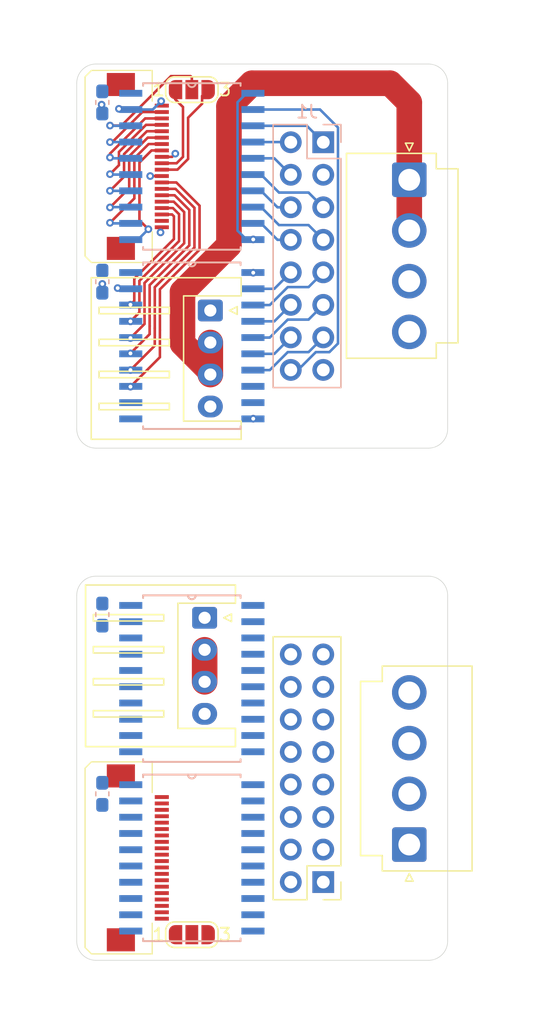
<source format=kicad_pcb>
(kicad_pcb (version 20241229) (generator "pcbnew") (generator_version "9.0")
  (layers (0 "F.Cu" signal) (2 "B.Cu" signal) (13 "F.Paste" user) (15 "B.Paste" user) (5 "F.SilkS" user "F.Silkscreen") (7 "B.SilkS" user "B.Silkscreen") (1 "F.Mask" user) (3 "B.Mask" user) (25 "Edge.Cuts" user))
  (net 0 "")
  (net 1 "GND")
  (net 2 "+5V")
  (net 3 "G0")
  (net 4 "B")
  (net 5 "G1")
  (net 6 "E")
  (net 7 "CLK")
  (net 8 "B1")
  (net 9 "B0")
  (net 10 "A")
  (net 11 "D")
  (net 12 "R1")
  (net 13 "R0")
  (net 14 "OE")
  (net 15 "C")
  (net 16 "LAT")
  (net 17 "Disp Display Select")
  (net 18 "Disp GPIO 14")
  (net 19 "Disp GPIO 8")
  (net 20 "Disp GPIO 10")
  (net 21 "Disp GPIO 11")
  (net 22 "Disp GPIO 3")
  (net 23 "Disp GPIO 13")
  (net 24 "Disp GPIO 12")
  (net 25 "Disp GPIO 7")
  (net 26 "Disp GPIO 0")
  (net 27 "Disp GPIO 4")
  (net 28 "Disp GPIO 5")
  (net 29 "Disp GPIO 15")
  (net 30 "Disp GPIO 1")
  (net 31 "Disp GPIO 6")
  (net 32 "Disp GPIO 9")
  (net 33 "Disp GPIO 2")
  (net 37 "Alt A")
  (net 39 "Alt C")
  (net 40 "Alt B")
  (net 41 "Alt R0")
  (net 42 "Alt OE")
  (net 43 "Alt D")
  (net 44 "Alt B0")
  (net 45 "Alt CLK")
  (net 46 "Alt G1")
  (net 47 "Alt G0")
  (net 48 "Alt E")
  (net 49 "Alt B1")
  (net 50 "Alt LAT")
  (net 51 "Alt R1")
  (net 52 "Alt Disp GPIO 8")
  (net 53 "Alt Disp GPIO 7")
  (net 54 "Alt Disp Display Select")
  (net 56 "Alt Disp GPIO 4")
  (net 57 "Alt Disp GPIO 1")
  (net 61 "Alt Disp GPIO 5")
  (net 62 "Alt Disp GPIO 3")
  (net 63 "Alt Disp GPIO 6")
  (net 67 "Alt Disp GPIO 0")
  (net 68 "Alt Disp GPIO 2")
  (net 70 "Alt Disp GPIO 9")
  (net 71 "Alt Disp GPIO 13")
  (net 77 "Alt Disp GPIO 14")
  (net 79 "Alt Disp GPIO 11")
  (net 80 "Alt Disp GPIO 12")
  (net 84 "Alt Disp GPIO 10")
  (net 86 "Alt Disp GPIO 15")
  (footprint "Connector_PinHeader_2.54mm:PinHeader_2x08_P2.54mm_Vertical" (layer "F.Cu") (at 125.275 88.89 180)
    (property "Reference" "J4" (hide yes))
    (property "Value" "HUB75" (hide yes))
    (pad "1" thru_hole rect (at 0 0 180) (size 1.7 1.7) (drill 1) (layers "*.Cu" "*.Mask") (net 47 "Alt G0"))
    (pad "2" thru_hole circle (at 2.54 0 180) (size 1.7 1.7) (drill 1) (layers "*.Cu" "*.Mask") (net 41 "Alt R0"))
    (pad "3" thru_hole circle (at 0 2.54 180) (size 1.7 1.7) (drill 1) (layers "*.Cu" "*.Mask") (net 1 "GND"))
    (pad "4" thru_hole circle (at 2.54 2.54 180) (size 1.7 1.7) (drill 1) (layers "*.Cu" "*.Mask") (net 44 "Alt B0"))
    (pad "5" thru_hole circle (at 0 5.08 180) (size 1.7 1.7) (drill 1) (layers "*.Cu" "*.Mask") (net 46 "Alt G1"))
    (pad "6" thru_hole circle (at 2.54 5.08 180) (size 1.7 1.7) (drill 1) (layers "*.Cu" "*.Mask") (net 51 "Alt R1"))
    (pad "7" thru_hole circle (at 0 7.62 180) (size 1.7 1.7) (drill 1) (layers "*.Cu" "*.Mask") (net 48 "Alt E"))
    (pad "8" thru_hole circle (at 2.54 7.62 180) (size 1.7 1.7) (drill 1) (layers "*.Cu" "*.Mask") (net 49 "Alt B1"))
    (pad "9" thru_hole circle (at 0 10.16 180) (size 1.7 1.7) (drill 1) (layers "*.Cu" "*.Mask") (net 40 "Alt B"))
    (pad "10" thru_hole circle (at 2.54 10.16 180) (size 1.7 1.7) (drill 1) (layers "*.Cu" "*.Mask") (net 37 "Alt A"))
    (pad "11" thru_hole circle (at 0 12.7 180) (size 1.7 1.7) (drill 1) (layers "*.Cu" "*.Mask") (net 43 "Alt D"))
    (pad "12" thru_hole circle (at 2.54 12.7 180) (size 1.7 1.7) (drill 1) (layers "*.Cu" "*.Mask") (net 39 "Alt C"))
    (pad "13" thru_hole circle (at 0 15.24 180) (size 1.7 1.7) (drill 1) (layers "*.Cu" "*.Mask") (net 50 "Alt LAT"))
    (pad "14" thru_hole circle (at 2.54 15.24 180) (size 1.7 1.7) (drill 1) (layers "*.Cu" "*.Mask") (net 45 "Alt CLK"))
    (pad "15" thru_hole circle (at 0 17.78 180) (size 1.7 1.7) (drill 1) (layers "*.Cu" "*.Mask") (net 1 "GND"))
    (pad "16" thru_hole circle (at 2.54 17.78 180) (size 1.7 1.7) (drill 1) (layers "*.Cu" "*.Mask") (net 42 "Alt OE"))
  )
  (footprint "Connector_JST:JST_VH_B4P-VH-B_1x04_P3.96mm_Vertical" (layer "F.Cu") (at 132 34.04 -90)
    (property "Reference" "J3" (hide yes))
    (property "Value" "Output" (hide yes))
    (pad "1" thru_hole roundrect (at 0 0 270) (size 2.7 2.7) (drill 1.7) (layers "*.Cu" "*.Mask") (roundrect_rratio 0.092593) (net 2 "+5V"))
    (pad "2" thru_hole circle (at 3.96 0 270) (size 2.7 2.7) (drill 1.7) (layers "*.Cu" "*.Mask") (net 2 "+5V"))
    (pad "3" thru_hole circle (at 7.92 0 270) (size 2.7 2.7) (drill 1.7) (layers "*.Cu" "*.Mask") (net 1 "GND"))
    (pad "4" thru_hole circle (at 11.88 0 270) (size 2.7 2.7) (drill 1.7) (layers "*.Cu" "*.Mask") (net 1 "GND"))
  )
  (footprint "Connector_JST:JST_XH_S4B-XH-A_1x04_P2.50mm_Horizontal" (layer "F.Cu") (at 116 68.25 -90)
    (property "Reference" "J5" (hide yes))
    (property "Value" "Input" (hide yes))
    (pad "1" thru_hole roundrect (at 0 0 270) (size 1.7 1.95) (drill 0.95) (layers "*.Cu" "*.Mask") (roundrect_rratio 0.147059) (net 1 "GND"))
    (pad "2" thru_hole oval (at 2.5 0 270) (size 1.7 1.95) (drill 0.95) (layers "*.Cu" "*.Mask") (net 2 "+5V"))
    (pad "3" thru_hole oval (at 5 0 270) (size 1.7 1.95) (drill 0.95) (layers "*.Cu" "*.Mask") (net 2 "+5V"))
    (pad "4" thru_hole oval (at 7.5 0 270) (size 1.7 1.95) (drill 0.95) (layers "*.Cu" "*.Mask") (net 1 "GND"))
  )
  (footprint "FCC:FFC 0.8mm 20P" (layer "F.Cu") (at 112 87.000001 -90)
    (property "Reference" "U4" (hide yes))
    (property "Value" "D0 FFC" (hide yes))
    (pad "" smd rect (at -6.400001 2.55 270) (size 1.8 2.2) (layers "F.Cu" "F.Mask" "F.Paste"))
    (pad "" smd rect (at 6.399999 2.55 270) (size 1.8 2.2) (layers "F.Cu" "F.Mask" "F.Paste"))
    (pad "1" smd rect (at -4.750001 -0.65 270) (size 0.3 1.1) (layers "F.Cu" "F.Mask" "F.Paste") (net 1 "GND"))
    (pad "2" smd rect (at -4.250001 -0.65 270) (size 0.3 1.1) (layers "F.Cu" "F.Mask" "F.Paste") (net 86 "Alt Disp GPIO 15"))
    (pad "3" smd rect (at -3.750001 -0.649999 270) (size 0.3 1.1) (layers "F.Cu" "F.Mask" "F.Paste") (net 77 "Alt Disp GPIO 14"))
    (pad "4" smd rect (at -3.250001 -0.65 270) (size 0.3 1.1) (layers "F.Cu" "F.Mask" "F.Paste") (net 71 "Alt Disp GPIO 13"))
    (pad "5" smd rect (at -2.750001 -0.65 270) (size 0.3 1.1) (layers "F.Cu" "F.Mask" "F.Paste") (net 80 "Alt Disp GPIO 12"))
    (pad "6" smd rect (at -2.25 -0.65 270) (size 0.3 1.1) (layers "F.Cu" "F.Mask" "F.Paste") (net 79 "Alt Disp GPIO 11"))
    (pad "7" smd rect (at -1.750001 -0.65 270) (size 0.3 1.1) (layers "F.Cu" "F.Mask" "F.Paste") (net 84 "Alt Disp GPIO 10"))
    (pad "8" smd rect (at -1.250002 -0.65 270) (size 0.3 1.1) (layers "F.Cu" "F.Mask" "F.Paste") (net 70 "Alt Disp GPIO 9"))
    (pad "9" smd rect (at -0.750001 -0.65 270) (size 0.3 1.1) (layers "F.Cu" "F.Mask" "F.Paste") (net 2 "+5V"))
    (pad "10" smd rect (at -0.250001 -0.65 270) (size 0.3 1.1) (layers "F.Cu" "F.Mask" "F.Paste") (net 52 "Alt Disp GPIO 8"))
    (pad "11" smd rect (at 0.25 -0.65 270) (size 0.3 1.1) (layers "F.Cu" "F.Mask" "F.Paste") (net 53 "Alt Disp GPIO 7"))
    (pad "12" smd rect (at 0.749999 -0.65 270) (size 0.3 1.1) (layers "F.Cu" "F.Mask" "F.Paste") (net 2 "+5V"))
    (pad "13" smd rect (at 1.249998 -0.65 270) (size 0.3 1.1) (layers "F.Cu" "F.Mask" "F.Paste") (net 63 "Alt Disp GPIO 6"))
    (pad "14" smd rect (at 1.749999 -0.65 270) (size 0.3 1.1) (layers "F.Cu" "F.Mask" "F.Paste") (net 61 "Alt Disp GPIO 5"))
    (pad "15" smd rect (at 2.249999 -0.65 270) (size 0.3 1.1) (layers "F.Cu" "F.Mask" "F.Paste") (net 56 "Alt Disp GPIO 4"))
    (pad "16" smd rect (at 2.749999 -0.649999 270) (size 0.3 1.1) (layers "F.Cu" "F.Mask" "F.Paste") (net 62 "Alt Disp GPIO 3"))
    (pad "17" smd rect (at 3.249999 -0.65 270) (size 0.3 1.1) (layers "F.Cu" "F.Mask" "F.Paste") (net 68 "Alt Disp GPIO 2"))
    (pad "18" smd rect (at 3.749999 -0.65 270) (size 0.3 1.1) (layers "F.Cu" "F.Mask" "F.Paste") (net 57 "Alt Disp GPIO 1"))
    (pad "19" smd rect (at 4.249999 -0.65 270) (size 0.3 1.1) (layers "F.Cu" "F.Mask" "F.Paste") (net 67 "Alt Disp GPIO 0"))
    (pad "20" smd rect (at 4.749999 -0.65 270) (size 0.3 1.1) (layers "F.Cu" "F.Mask" "F.Paste") (net 1 "GND"))
  )
  (footprint "Connector_JST:JST_VH_B4P-VH-B_1x04_P3.96mm_Vertical" (layer "F.Cu") (at 132 85.96 90)
    (property "Reference" "J6" (hide yes))
    (property "Value" "Output" (hide yes))
    (pad "1" thru_hole roundrect (at 0 0 90) (size 2.7 2.7) (drill 1.7) (layers "*.Cu" "*.Mask") (roundrect_rratio 0.092593) (net 2 "+5V"))
    (pad "2" thru_hole circle (at 3.96 0 90) (size 2.7 2.7) (drill 1.7) (layers "*.Cu" "*.Mask") (net 2 "+5V"))
    (pad "3" thru_hole circle (at 7.92 0 90) (size 2.7 2.7) (drill 1.7) (layers "*.Cu" "*.Mask") (net 1 "GND"))
    (pad "4" thru_hole circle (at 11.88 0 90) (size 2.7 2.7) (drill 1.7) (layers "*.Cu" "*.Mask") (net 1 "GND"))
  )
  (footprint "Jumper:SolderJumper-3_P1.3mm_Open_RoundedPad1.0x1.5mm_NumberLabels" (layer "F.Cu") (at 115 27)
    (property "Reference" "JP1" (hide yes))
    (property "Value" "SolderJumper_3_Open" (hide yes))
    (fp_text user "1" (at -2.6 0 0) (layer "F.SilkS"))
    (fp_text user "3" (at 2.6 0 0) (layer "F.SilkS"))
    (pad "1" smd custom (at -1.3 0) (size 1 0.5) (layers "F.Cu" "F.Mask") (net 25 "Disp GPIO 7") (options (clearance outline) (anchor rect)) (primitives (gr_circle (center 0 0.25) (end 0.5 0.25) (width 0) (fill yes)) (gr_circle (center 0 -0.25) (end 0.5 -0.25) (width 0) (fill yes)) (gr_poly (pts (xy 0.55 0.75) (xy 0 0.75) (xy 0 -0.75) (xy 0.55 -0.75)) (width 0) (fill yes))))
    (pad "2" smd rect (at 0 0) (size 1 1.5) (layers "F.Cu" "F.Mask") (net 17 "Disp Display Select"))
    (pad "3" smd custom (at 1.3 0) (size 1 0.5) (layers "F.Cu" "F.Mask") (net 19 "Disp GPIO 8") (options (clearance outline) (anchor rect)) (primitives (gr_circle (center 0 0.25) (end 0.5 0.25) (width 0) (fill yes)) (gr_circle (center 0 -0.25) (end 0.5 -0.25) (width 0) (fill yes)) (gr_poly (pts (xy 0 0.75) (xy -0.55 0.75) (xy -0.55 -0.75) (xy 0 -0.75)) (width 0) (fill yes))))
  )
  (footprint "FFC:FFC 0.8mm 20P" (layer "F.Cu") (at 112 33 -90)
    (property "Reference" "U1" (hide yes))
    (property "Value" "D0 FFC" (hide yes))
    (pad "" smd rect (at -6.400001 2.55 270) (size 1.8 2.2) (layers "F.Cu" "F.Mask" "F.Paste"))
    (pad "" smd rect (at 6.399999 2.55 270) (size 1.8 2.2) (layers "F.Cu" "F.Mask" "F.Paste"))
    (pad "1" smd rect (at -4.750001 -0.65 270) (size 0.3 1.1) (layers "F.Cu" "F.Mask" "F.Paste") (net 1 "GND"))
    (pad "2" smd rect (at -4.250001 -0.65 270) (size 0.3 1.1) (layers "F.Cu" "F.Mask" "F.Paste") (net 26 "Disp GPIO 0"))
    (pad "3" smd rect (at -3.750001 -0.649999 270) (size 0.3 1.1) (layers "F.Cu" "F.Mask" "F.Paste") (net 30 "Disp GPIO 1"))
    (pad "4" smd rect (at -3.250001 -0.65 270) (size 0.3 1.1) (layers "F.Cu" "F.Mask" "F.Paste") (net 33 "Disp GPIO 2"))
    (pad "5" smd rect (at -2.750001 -0.65 270) (size 0.3 1.1) (layers "F.Cu" "F.Mask" "F.Paste") (net 22 "Disp GPIO 3"))
    (pad "6" smd rect (at -2.25 -0.65 270) (size 0.3 1.1) (layers "F.Cu" "F.Mask" "F.Paste") (net 27 "Disp GPIO 4"))
    (pad "7" smd rect (at -1.750001 -0.65 270) (size 0.3 1.1) (layers "F.Cu" "F.Mask" "F.Paste") (net 28 "Disp GPIO 5"))
    (pad "8" smd rect (at -1.250002 -0.65 270) (size 0.3 1.1) (layers "F.Cu" "F.Mask" "F.Paste") (net 31 "Disp GPIO 6"))
    (pad "9" smd rect (at -0.750001 -0.65 270) (size 0.3 1.1) (layers "F.Cu" "F.Mask" "F.Paste") (net 2 "+5V"))
    (pad "10" smd rect (at -0.250001 -0.65 270) (size 0.3 1.1) (layers "F.Cu" "F.Mask" "F.Paste") (net 25 "Disp GPIO 7"))
    (pad "11" smd rect (at 0.25 -0.65 270) (size 0.3 1.1) (layers "F.Cu" "F.Mask" "F.Paste") (net 19 "Disp GPIO 8"))
    (pad "12" smd rect (at 0.749999 -0.65 270) (size 0.3 1.1) (layers "F.Cu" "F.Mask" "F.Paste") (net 2 "+5V"))
    (pad "13" smd rect (at 1.249998 -0.65 270) (size 0.3 1.1) (layers "F.Cu" "F.Mask" "F.Paste") (net 32 "Disp GPIO 9"))
    (pad "14" smd rect (at 1.749999 -0.65 270) (size 0.3 1.1) (layers "F.Cu" "F.Mask" "F.Paste") (net 20 "Disp GPIO 10"))
    (pad "15" smd rect (at 2.249999 -0.65 270) (size 0.3 1.1) (layers "F.Cu" "F.Mask" "F.Paste") (net 21 "Disp GPIO 11"))
    (pad "16" smd rect (at 2.749999 -0.649999 270) (size 0.3 1.1) (layers "F.Cu" "F.Mask" "F.Paste") (net 24 "Disp GPIO 12"))
    (pad "17" smd rect (at 3.249999 -0.65 270) (size 0.3 1.1) (layers "F.Cu" "F.Mask" "F.Paste") (net 23 "Disp GPIO 13"))
    (pad "18" smd rect (at 3.749999 -0.65 270) (size 0.3 1.1) (layers "F.Cu" "F.Mask" "F.Paste") (net 18 "Disp GPIO 14"))
    (pad "19" smd rect (at 4.249999 -0.65 270) (size 0.3 1.1) (layers "F.Cu" "F.Mask" "F.Paste") (net 29 "Disp GPIO 15"))
    (pad "20" smd rect (at 4.749999 -0.65 270) (size 0.3 1.1) (layers "F.Cu" "F.Mask" "F.Paste") (net 1 "GND"))
  )
  (footprint "Jumper:SolderJumper-3_P1.3mm_Open_RoundedPad1.0x1.5mm_NumberLabels" (layer "F.Cu") (at 115 93)
    (property "Reference" "JP2" (hide yes))
    (property "Value" "SolderJumper_3_Open" (hide yes))
    (fp_text user "3" (at 2.6 0 0) (layer "F.SilkS"))
    (fp_text user "1" (at -2.6 0 0) (layer "F.SilkS"))
    (pad "1" smd custom (at -1.3 0) (size 1 0.5) (layers "F.Cu" "F.Mask") (net 53 "Alt Disp GPIO 7") (options (clearance outline) (anchor rect)) (primitives (gr_circle (center 0 0.25) (end 0.5 0.25) (width 0) (fill yes)) (gr_circle (center 0 -0.25) (end 0.5 -0.25) (width 0) (fill yes)) (gr_poly (pts (xy 0.55 0.75) (xy 0 0.75) (xy 0 -0.75) (xy 0.55 -0.75)) (width 0) (fill yes))))
    (pad "2" smd rect (at 0 0) (size 1 1.5) (layers "F.Cu" "F.Mask") (net 54 "Alt Disp Display Select"))
    (pad "3" smd custom (at 1.3 0) (size 1 0.5) (layers "F.Cu" "F.Mask") (net 52 "Alt Disp GPIO 8") (options (clearance outline) (anchor rect)) (primitives (gr_circle (center 0 0.25) (end 0.5 0.25) (width 0) (fill yes)) (gr_circle (center 0 -0.25) (end 0.5 -0.25) (width 0) (fill yes)) (gr_poly (pts (xy 0 0.75) (xy -0.55 0.75) (xy -0.55 -0.75) (xy 0 -0.75)) (width 0) (fill yes))))
  )
  (footprint "Connector_JST:JST_XH_S4B-XH-A_1x04_P2.50mm_Horizontal" (layer "F.Cu") (at 116.445 44.25 -90)
    (property "Reference" "J2" (hide yes))
    (property "Value" "Input" (hide yes))
    (pad "1" thru_hole roundrect (at 0 0 270) (size 1.7 1.95) (drill 0.95) (layers "*.Cu" "*.Mask") (roundrect_rratio 0.147059) (net 1 "GND"))
    (pad "2" thru_hole oval (at 2.5 0 270) (size 1.7 1.95) (drill 0.95) (layers "*.Cu" "*.Mask") (net 2 "+5V"))
    (pad "3" thru_hole oval (at 5 0 270) (size 1.7 1.95) (drill 0.95) (layers "*.Cu" "*.Mask") (net 2 "+5V"))
    (pad "4" thru_hole oval (at 7.5 0 270) (size 1.7 1.95) (drill 0.95) (layers "*.Cu" "*.Mask") (net 1 "GND"))
  )
  (footprint "Capacitor_SMD:C_0603_1608Metric_Pad1.08x0.95mm_HandSolder" (layer "B.Cu") (at 108 28 -90)
    (property "Reference" "C1" (hide yes))
    (property "Value" "10uF" (hide yes))
    (pad "1" smd roundrect (at -0.8625 0 270) (size 1.075 0.95) (layers "B.Cu" "B.Mask" "B.Paste") (net 2 "+5V"))
    (pad "2" smd roundrect (at 0.8625 0 270) (size 1.075 0.95) (layers "B.Cu" "B.Mask" "B.Paste") (net 1 "GND"))
  )
  (footprint "Connector_PinHeader_2.54mm:PinHeader_2x08_P2.54mm_Vertical" (layer "B.Cu") (at 125.275 31.11 180)
    (property "Reference" "J1" (at 1.27 2.38 0) (layer "B.SilkS") (effects (justify mirror)))
    (property "Value" "HUB75" (hide yes))
    (pad "1" thru_hole rect (at 0 0 180) (size 1.7 1.7) (drill 1) (layers "*.Cu" "*.Mask") (net 3 "G0"))
    (pad "2" thru_hole circle (at 2.54 0 180) (size 1.7 1.7) (drill 1) (layers "*.Cu" "*.Mask") (net 13 "R0"))
    (pad "3" thru_hole circle (at 0 -2.54 180) (size 1.7 1.7) (drill 1) (layers "*.Cu" "*.Mask") (net 1 "GND"))
    (pad "4" thru_hole circle (at 2.54 -2.54 180) (size 1.7 1.7) (drill 1) (layers "*.Cu" "*.Mask") (net 9 "B0"))
    (pad "5" thru_hole circle (at 0 -5.08 180) (size 1.7 1.7) (drill 1) (layers "*.Cu" "*.Mask") (net 5 "G1"))
    (pad "6" thru_hole circle (at 2.54 -5.08 180) (size 1.7 1.7) (drill 1) (layers "*.Cu" "*.Mask") (net 12 "R1"))
    (pad "7" thru_hole circle (at 0 -7.62 180) (size 1.7 1.7) (drill 1) (layers "*.Cu" "*.Mask") (net 6 "E"))
    (pad "8" thru_hole circle (at 2.54 -7.62 180) (size 1.7 1.7) (drill 1) (layers "*.Cu" "*.Mask") (net 8 "B1"))
    (pad "9" thru_hole circle (at 0 -10.16 180) (size 1.7 1.7) (drill 1) (layers "*.Cu" "*.Mask") (net 4 "B"))
    (pad "10" thru_hole circle (at 2.54 -10.16 180) (size 1.7 1.7) (drill 1) (layers "*.Cu" "*.Mask") (net 10 "A"))
    (pad "11" thru_hole circle (at 0 -12.7 180) (size 1.7 1.7) (drill 1) (layers "*.Cu" "*.Mask") (net 11 "D"))
    (pad "12" thru_hole circle (at 2.54 -12.7 180) (size 1.7 1.7) (drill 1) (layers "*.Cu" "*.Mask") (net 15 "C"))
    (pad "13" thru_hole circle (at 0 -15.24 180) (size 1.7 1.7) (drill 1) (layers "*.Cu" "*.Mask") (net 16 "LAT"))
    (pad "14" thru_hole circle (at 2.54 -15.24 180) (size 1.7 1.7) (drill 1) (layers "*.Cu" "*.Mask") (net 7 "CLK"))
    (pad "15" thru_hole circle (at 0 -17.78 180) (size 1.7 1.7) (drill 1) (layers "*.Cu" "*.Mask") (net 1 "GND"))
    (pad "16" thru_hole circle (at 2.54 -17.78 180) (size 1.7 1.7) (drill 1) (layers "*.Cu" "*.Mask") (net 14 "OE"))
  )
  (footprint "Capacitor_SMD:C_0603_1608Metric_Pad1.08x0.95mm_HandSolder" (layer "B.Cu") (at 108 42 -90)
    (property "Reference" "C2" (hide yes))
    (property "Value" "10uF" (hide yes))
    (pad "1" smd roundrect (at -0.8625 0 270) (size 1.075 0.95) (layers "B.Cu" "B.Mask" "B.Paste") (net 2 "+5V"))
    (pad "2" smd roundrect (at 0.8625 0 270) (size 1.075 0.95) (layers "B.Cu" "B.Mask" "B.Paste") (net 1 "GND"))
  )
  (footprint "74HC245:SOIC127P1032X265-20N" (layer "B.Cu") (at 115 87 180)
    (property "Reference" "U5" (hide yes))
    (property "Value" "74HC245D_653" (hide yes))
    (pad "1" smd rect (at -4.7752 5.715 180) (size 1.8034 0.5334) (layers "B.Cu" "B.Mask" "B.Paste") (net 1 "GND"))
    (pad "2" smd rect (at -4.7752 4.445 180) (size 1.8034 0.5334) (layers "B.Cu" "B.Mask" "B.Paste"))
    (pad "3" smd rect (at -4.7752 3.175 180) (size 1.8034 0.5334) (layers "B.Cu" "B.Mask" "B.Paste"))
    (pad "4" smd rect (at -4.7752 1.905 180) (size 1.8034 0.5334) (layers "B.Cu" "B.Mask" "B.Paste"))
    (pad "5" smd rect (at -4.7752 0.635 180) (size 1.8034 0.5334) (layers "B.Cu" "B.Mask" "B.Paste"))
    (pad "6" smd rect (at -4.7752 -0.635 180) (size 1.8034 0.5334) (layers "B.Cu" "B.Mask" "B.Paste"))
    (pad "7" smd rect (at -4.7752 -1.905 180) (size 1.8034 0.5334) (layers "B.Cu" "B.Mask" "B.Paste"))
    (pad "8" smd rect (at -4.7752 -3.175 180) (size 1.8034 0.5334) (layers "B.Cu" "B.Mask" "B.Paste"))
    (pad "9" smd rect (at -4.7752 -4.445 180) (size 1.8034 0.5334) (layers "B.Cu" "B.Mask" "B.Paste"))
    (pad "10" smd rect (at -4.7752 -5.715 180) (size 1.8034 0.5334) (layers "B.Cu" "B.Mask" "B.Paste") (net 1 "GND"))
    (pad "11" smd rect (at 4.7752 -5.715 180) (size 1.8034 0.5334) (layers "B.Cu" "B.Mask" "B.Paste") (net 54 "Alt Disp Display Select"))
    (pad "12" smd rect (at 4.7752 -4.445 180) (size 1.8034 0.5334) (layers "B.Cu" "B.Mask" "B.Paste") (net 67 "Alt Disp GPIO 0"))
    (pad "13" smd rect (at 4.7752 -3.175 180) (size 1.8034 0.5334) (layers "B.Cu" "B.Mask" "B.Paste") (net 57 "Alt Disp GPIO 1"))
    (pad "14" smd rect (at 4.7752 -1.905 180) (size 1.8034 0.5334) (layers "B.Cu" "B.Mask" "B.Paste") (net 68 "Alt Disp GPIO 2"))
    (pad "15" smd rect (at 4.7752 -0.635 180) (size 1.8034 0.5334) (layers "B.Cu" "B.Mask" "B.Paste") (net 62 "Alt Disp GPIO 3"))
    (pad "16" smd rect (at 4.7752 0.635 180) (size 1.8034 0.5334) (layers "B.Cu" "B.Mask" "B.Paste") (net 56 "Alt Disp GPIO 4"))
    (pad "17" smd rect (at 4.7752 1.905 180) (size 1.8034 0.5334) (layers "B.Cu" "B.Mask" "B.Paste") (net 61 "Alt Disp GPIO 5"))
    (pad "18" smd rect (at 4.7752 3.175 180) (size 1.8034 0.5334) (layers "B.Cu" "B.Mask" "B.Paste") (net 63 "Alt Disp GPIO 6"))
    (pad "19" smd rect (at 4.7752 4.445 180) (size 1.8034 0.5334) (layers "B.Cu" "B.Mask" "B.Paste") (net 1 "GND"))
    (pad "20" smd rect (at 4.7752 5.715 180) (size 1.8034 0.5334) (layers "B.Cu" "B.Mask" "B.Paste") (net 2 "+5V"))
  )
  (footprint "74HC245:SOIC127P1032X265-20N" (layer "B.Cu") (at 115 73 180)
    (property "Reference" "U6" (hide yes))
    (property "Value" "74HC245D_653" (hide yes))
    (pad "1" smd rect (at -4.7752 5.715 180) (size 1.8034 0.5334) (layers "B.Cu" "B.Mask" "B.Paste") (net 1 "GND"))
    (pad "2" smd rect (at -4.7752 4.445 180) (size 1.8034 0.5334) (layers "B.Cu" "B.Mask" "B.Paste"))
    (pad "3" smd rect (at -4.7752 3.175 180) (size 1.8034 0.5334) (layers "B.Cu" "B.Mask" "B.Paste"))
    (pad "4" smd rect (at -4.7752 1.905 180) (size 1.8034 0.5334) (layers "B.Cu" "B.Mask" "B.Paste"))
    (pad "5" smd rect (at -4.7752 0.635 180) (size 1.8034 0.5334) (layers "B.Cu" "B.Mask" "B.Paste"))
    (pad "6" smd rect (at -4.7752 -0.635 180) (size 1.8034 0.5334) (layers "B.Cu" "B.Mask" "B.Paste"))
    (pad "7" smd rect (at -4.7752 -1.905 180) (size 1.8034 0.5334) (layers "B.Cu" "B.Mask" "B.Paste"))
    (pad "8" smd rect (at -4.7752 -3.175 180) (size 1.8034 0.5334) (layers "B.Cu" "B.Mask" "B.Paste"))
    (pad "9" smd rect (at -4.7752 -4.445 180) (size 1.8034 0.5334) (layers "B.Cu" "B.Mask" "B.Paste"))
    (pad "10" smd rect (at -4.7752 -5.715 180) (size 1.8034 0.5334) (layers "B.Cu" "B.Mask" "B.Paste") (net 1 "GND"))
    (pad "11" smd rect (at 4.7752 -5.715 180) (size 1.8034 0.5334) (layers "B.Cu" "B.Mask" "B.Paste") (net 77 "Alt Disp GPIO 14"))
    (pad "12" smd rect (at 4.7752 -4.445 180) (size 1.8034 0.5334) (layers "B.Cu" "B.Mask" "B.Paste") (net 71 "Alt Disp GPIO 13"))
    (pad "13" smd rect (at 4.7752 -3.175 180) (size 1.8034 0.5334) (layers "B.Cu" "B.Mask" "B.Paste") (net 80 "Alt Disp GPIO 12"))
    (pad "14" smd rect (at 4.7752 -1.905 180) (size 1.8034 0.5334) (layers "B.Cu" "B.Mask" "B.Paste") (net 79 "Alt Disp GPIO 11"))
    (pad "15" smd rect (at 4.7752 -0.635 180) (size 1.8034 0.5334) (layers "B.Cu" "B.Mask" "B.Paste") (net 84 "Alt Disp GPIO 10"))
    (pad "16" smd rect (at 4.7752 0.635 180) (size 1.8034 0.5334) (layers "B.Cu" "B.Mask" "B.Paste") (net 70 "Alt Disp GPIO 9"))
    (pad "17" smd rect (at 4.7752 1.905 180) (size 1.8034 0.5334) (layers "B.Cu" "B.Mask" "B.Paste"))
    (pad "18" smd rect (at 4.7752 3.175 180) (size 1.8034 0.5334) (layers "B.Cu" "B.Mask" "B.Paste"))
    (pad "19" smd rect (at 4.7752 4.445 180) (size 1.8034 0.5334) (layers "B.Cu" "B.Mask" "B.Paste") (net 1 "GND"))
    (pad "20" smd rect (at 4.7752 5.715 180) (size 1.8034 0.5334) (layers "B.Cu" "B.Mask" "B.Paste") (net 2 "+5V"))
  )
  (footprint "74HC245D:SOIC127P1032X265-20N" (layer "B.Cu") (at 115 47 180)
    (property "Reference" "U3" (hide yes))
    (property "Value" "74HC245D_653" (hide yes))
    (pad "1" smd rect (at -4.7752 5.715 180) (size 1.8034 0.5334) (layers "B.Cu" "B.Mask" "B.Paste") (net 1 "GND"))
    (pad "2" smd rect (at -4.7752 4.445 180) (size 1.8034 0.5334) (layers "B.Cu" "B.Mask" "B.Paste") (net 10 "A"))
    (pad "3" smd rect (at -4.7752 3.175 180) (size 1.8034 0.5334) (layers "B.Cu" "B.Mask" "B.Paste") (net 4 "B"))
    (pad "4" smd rect (at -4.7752 1.905 180) (size 1.8034 0.5334) (layers "B.Cu" "B.Mask" "B.Paste") (net 15 "C"))
    (pad "5" smd rect (at -4.7752 0.635 180) (size 1.8034 0.5334) (layers "B.Cu" "B.Mask" "B.Paste") (net 11 "D"))
    (pad "6" smd rect (at -4.7752 -0.635 180) (size 1.8034 0.5334) (layers "B.Cu" "B.Mask" "B.Paste") (net 7 "CLK"))
    (pad "7" smd rect (at -4.7752 -1.905 180) (size 1.8034 0.5334) (layers "B.Cu" "B.Mask" "B.Paste") (net 16 "LAT"))
    (pad "8" smd rect (at -4.7752 -3.175 180) (size 1.8034 0.5334) (layers "B.Cu" "B.Mask" "B.Paste"))
    (pad "9" smd rect (at -4.7752 -4.445 180) (size 1.8034 0.5334) (layers "B.Cu" "B.Mask" "B.Paste"))
    (pad "10" smd rect (at -4.7752 -5.715 180) (size 1.8034 0.5334) (layers "B.Cu" "B.Mask" "B.Paste") (net 1 "GND"))
    (pad "11" smd rect (at 4.7752 -5.715 180) (size 1.8034 0.5334) (layers "B.Cu" "B.Mask" "B.Paste"))
    (pad "12" smd rect (at 4.7752 -4.445 180) (size 1.8034 0.5334) (layers "B.Cu" "B.Mask" "B.Paste"))
    (pad "13" smd rect (at 4.7752 -3.175 180) (size 1.8034 0.5334) (layers "B.Cu" "B.Mask" "B.Paste") (net 32 "Disp GPIO 9"))
    (pad "14" smd rect (at 4.7752 -1.905 180) (size 1.8034 0.5334) (layers "B.Cu" "B.Mask" "B.Paste") (net 20 "Disp GPIO 10"))
    (pad "15" smd rect (at 4.7752 -0.635 180) (size 1.8034 0.5334) (layers "B.Cu" "B.Mask" "B.Paste") (net 21 "Disp GPIO 11"))
    (pad "16" smd rect (at 4.7752 0.635 180) (size 1.8034 0.5334) (layers "B.Cu" "B.Mask" "B.Paste") (net 24 "Disp GPIO 12"))
    (pad "17" smd rect (at 4.7752 1.905 180) (size 1.8034 0.5334) (layers "B.Cu" "B.Mask" "B.Paste") (net 23 "Disp GPIO 13"))
    (pad "18" smd rect (at 4.7752 3.175 180) (size 1.8034 0.5334) (layers "B.Cu" "B.Mask" "B.Paste") (net 18 "Disp GPIO 14"))
    (pad "19" smd rect (at 4.7752 4.445 180) (size 1.8034 0.5334) (layers "B.Cu" "B.Mask" "B.Paste") (net 1 "GND"))
    (pad "20" smd rect (at 4.7752 5.715 180) (size 1.8034 0.5334) (layers "B.Cu" "B.Mask" "B.Paste") (net 2 "+5V"))
  )
  (footprint "Capacitor_SMD:C_0603_1608Metric_Pad1.08x0.95mm_HandSolder" (layer "B.Cu") (at 108 68 -90)
    (property "Reference" "C4" (hide yes))
    (property "Value" "10uF" (hide yes))
    (pad "1" smd roundrect (at -0.8625 0 270) (size 1.075 0.95) (layers "B.Cu" "B.Mask" "B.Paste") (net 2 "+5V"))
    (pad "2" smd roundrect (at 0.8625 0 270) (size 1.075 0.95) (layers "B.Cu" "B.Mask" "B.Paste") (net 1 "GND"))
  )
  (footprint "74HC245D:SOIC127P1032X265-20N" (layer "B.Cu") (at 115 33 180)
    (property "Reference" "U2" (hide yes))
    (property "Value" "74HC245D_653" (hide yes))
    (pad "1" smd rect (at -4.7752 5.715 180) (size 1.8034 0.5334) (layers "B.Cu" "B.Mask" "B.Paste") (net 1 "GND"))
    (pad "2" smd rect (at -4.7752 4.445 180) (size 1.8034 0.5334) (layers "B.Cu" "B.Mask" "B.Paste") (net 14 "OE"))
    (pad "3" smd rect (at -4.7752 3.175 180) (size 1.8034 0.5334) (layers "B.Cu" "B.Mask" "B.Paste") (net 3 "G0"))
    (pad "4" smd rect (at -4.7752 1.905 180) (size 1.8034 0.5334) (layers "B.Cu" "B.Mask" "B.Paste") (net 13 "R0"))
    (pad "5" smd rect (at -4.7752 0.635 180) (size 1.8034 0.5334) (layers "B.Cu" "B.Mask" "B.Paste") (net 9 "B0"))
    (pad "6" smd rect (at -4.7752 -0.635 180) (size 1.8034 0.5334) (layers "B.Cu" "B.Mask" "B.Paste") (net 5 "G1"))
    (pad "7" smd rect (at -4.7752 -1.905 180) (size 1.8034 0.5334) (layers "B.Cu" "B.Mask" "B.Paste") (net 12 "R1"))
    (pad "8" smd rect (at -4.7752 -3.175 180) (size 1.8034 0.5334) (layers "B.Cu" "B.Mask" "B.Paste") (net 6 "E"))
    (pad "9" smd rect (at -4.7752 -4.445 180) (size 1.8034 0.5334) (layers "B.Cu" "B.Mask" "B.Paste") (net 8 "B1"))
    (pad "10" smd rect (at -4.7752 -5.715 180) (size 1.8034 0.5334) (layers "B.Cu" "B.Mask" "B.Paste") (net 1 "GND"))
    (pad "11" smd rect (at 4.7752 -5.715 180) (size 1.8034 0.5334) (layers "B.Cu" "B.Mask" "B.Paste") (net 31 "Disp GPIO 6"))
    (pad "12" smd rect (at 4.7752 -4.445 180) (size 1.8034 0.5334) (layers "B.Cu" "B.Mask" "B.Paste") (net 28 "Disp GPIO 5"))
    (pad "13" smd rect (at 4.7752 -3.175 180) (size 1.8034 0.5334) (layers "B.Cu" "B.Mask" "B.Paste") (net 27 "Disp GPIO 4"))
    (pad "14" smd rect (at 4.7752 -1.905 180) (size 1.8034 0.5334) (layers "B.Cu" "B.Mask" "B.Paste") (net 22 "Disp GPIO 3"))
    (pad "15" smd rect (at 4.7752 -0.635 180) (size 1.8034 0.5334) (layers "B.Cu" "B.Mask" "B.Paste") (net 33 "Disp GPIO 2"))
    (pad "16" smd rect (at 4.7752 0.635 180) (size 1.8034 0.5334) (layers "B.Cu" "B.Mask" "B.Paste") (net 30 "Disp GPIO 1"))
    (pad "17" smd rect (at 4.7752 1.905 180) (size 1.8034 0.5334) (layers "B.Cu" "B.Mask" "B.Paste") (net 26 "Disp GPIO 0"))
    (pad "18" smd rect (at 4.7752 3.175 180) (size 1.8034 0.5334) (layers "B.Cu" "B.Mask" "B.Paste") (net 17 "Disp Display Select"))
    (pad "19" smd rect (at 4.7752 4.445 180) (size 1.8034 0.5334) (layers "B.Cu" "B.Mask" "B.Paste") (net 1 "GND"))
    (pad "20" smd rect (at 4.7752 5.715 180) (size 1.8034 0.5334) (layers "B.Cu" "B.Mask" "B.Paste") (net 2 "+5V"))
  )
  (footprint "Capacitor_SMD:C_0603_1608Metric_Pad1.08x0.95mm_HandSolder" (layer "B.Cu") (at 108 82 -90)
    (property "Reference" "C3" (hide yes))
    (property "Value" "10uF" (hide yes))
    (pad "1" smd roundrect (at -0.8625 0 270) (size 1.075 0.95) (layers "B.Cu" "B.Mask" "B.Paste") (net 2 "+5V"))
    (pad "2" smd roundrect (at 0.8625 0 270) (size 1.075 0.95) (layers "B.Cu" "B.Mask" "B.Paste") (net 1 "GND"))
  )
  (gr_line (start 133.5 65) (end 107.5 65) (stroke (width 0.05)) (layer "Edge.Cuts"))
  (gr_arc (start 133.5 25) (mid 134.56066 25.43934) (end 135 26.5) (stroke (width 0.05)) (layer "Edge.Cuts"))
  (gr_line (start 106 93.5) (end 106 66.5) (stroke (width 0.05)) (layer "Edge.Cuts"))
  (gr_arc (start 106 26.5) (mid 106.43934 25.43934) (end 107.5 25) (stroke (width 0.05)) (layer "Edge.Cuts"))
  (gr_line (start 135 93.5) (end 135 66.5) (stroke (width 0.05)) (layer "Edge.Cuts"))
  (gr_line (start 106 26.5) (end 106 53.5) (stroke (width 0.05)) (layer "Edge.Cuts"))
  (gr_arc (start 133.5 65) (mid 134.56066 65.43934) (end 135 66.5) (stroke (width 0.05)) (layer "Edge.Cuts"))
  (gr_line (start 133.5 25) (end 107.5 25) (stroke (width 0.05)) (layer "Edge.Cuts"))
  (gr_line (start 135 26.5) (end 135 53.5) (stroke (width 0.05)) (layer "Edge.Cuts"))
  (gr_arc (start 107.5 55) (mid 106.43934 54.56066) (end 106 53.5) (stroke (width 0.05)) (layer "Edge.Cuts"))
  (gr_arc (start 106 66.5) (mid 106.43934 65.43934) (end 107.5 65) (stroke (width 0.05)) (layer "Edge.Cuts"))
  (gr_line (start 133.5 95) (end 107.5 95) (stroke (width 0.05)) (layer "Edge.Cuts"))
  (gr_arc (start 107.5 95) (mid 106.43934 94.56066) (end 106 93.5) (stroke (width 0.05)) (layer "Edge.Cuts"))
  (gr_arc (start 135 53.5) (mid 134.56066 54.56066) (end 133.5 55) (stroke (width 0.05)) (layer "Edge.Cuts"))
  (gr_arc (start 135 93.5) (mid 134.56066 94.56066) (end 133.5 95) (stroke (width 0.05)) (layer "Edge.Cuts"))
  (gr_line (start 133.5 55) (end 107.5 55) (stroke (width 0.05)) (layer "Edge.Cuts"))
  (segment (start 112.55 38.15) (end 112.65 38.05) (width 0.2) (layer "F.Cu") (net 1))
  (segment (start 112.65 27.95) (end 112.6 27.9) (width 0.2) (layer "F.Cu") (net 1))
  (segment (start 112.65 28.249999) (end 112.65 27.95) (width 0.2) (layer "F.Cu") (net 1))
  (segment (start 112.65 38.05) (end 112.65 37.749999) (width 0.2) (layer "F.Cu") (net 1))
  (via (at 119.8 38.7) (size 0.6) (drill 0.3) (layers "F.Cu" "B.Cu") (net 1))
  (via (at 119.8 41.3) (size 0.6) (drill 0.3) (layers "F.Cu" "B.Cu") (net 1))
  (via (at 112.55 38.15) (size 0.6) (drill 0.3) (layers "F.Cu" "B.Cu") (net 1))
  (via (at 107.945625 28.175) (size 0.6) (drill 0.3) (layers "F.Cu" "B.Cu") (net 1))
  (via (at 119.8 52.7) (size 0.6) (drill 0.3) (layers "F.Cu" "B.Cu") (net 1))
  (via (at 109.3 28.5) (size 0.6) (drill 0.3) (layers "F.Cu" "B.Cu") (net 1))
  (via (at 112.6 27.9) (size 0.6) (drill 0.3) (layers "F.Cu" "B.Cu") (net 1))
  (via (at 109.2 42.5) (size 0.6) (drill 0.3) (layers "F.Cu" "B.Cu") (net 1))
  (via (at 107.999313 42.175) (size 0.6) (drill 0.3) (layers "F.Cu" "B.Cu") (net 1))
  (segment (start 119.785 52.715) (end 119.8 52.7) (width 0.2) (layer "B.Cu") (net 1))
  (segment (start 119.7752 52.715) (end 119.785 52.715) (width 0.2) (layer "B.Cu") (net 1))
  (segment (start 111.945 28.555) (end 110.2248 28.555) (width 0.2) (layer "B.Cu") (net 1))
  (segment (start 108 28.229375) (end 107.945625 28.175) (width 0.2) (layer "B.Cu") (net 1))
  (segment (start 119.7752 41.285) (end 119.785 41.285) (width 0.2) (layer "B.Cu") (net 1))
  (segment (start 108 28.8625) (end 108 28.229375) (width 0.2) (layer "B.Cu") (net 1))
  (segment (start 119.785 41.285) (end 119.8 41.3) (width 0.2) (layer "B.Cu") (net 1))
  (segment (start 119.7752 27.285) (end 119.2748 27.285) (width 0.2) (layer "B.Cu") (net 1))
  (segment (start 119.2748 27.285) (end 118.5725 27.9873) (width 0.2) (layer "B.Cu") (net 1))
  (segment (start 119.785 38.715) (end 119.8 38.7) (width 0.2) (layer "B.Cu") (net 1))
  (segment (start 109.255 42.555) (end 109.2 42.5) (width 0.2) (layer "B.Cu") (net 1))
  (segment (start 110.2248 42.555) (end 109.255 42.555) (width 0.2) (layer "B.Cu") (net 1))
  (segment (start 108 42.175687) (end 107.999313 42.175) (width 0.2) (layer "B.Cu") (net 1))
  (segment (start 118.5725 38.0127) (end 119.2748 38.715) (width 0.2) (layer "B.Cu") (net 1))
  (segment (start 108 42.8625) (end 108 42.175687) (width 0.2) (layer "B.Cu") (net 1))
  (segment (start 118.5725 27.9873) (end 118.5725 38.0127) (width 0.2) (layer "B.Cu") (net 1))
  (segment (start 109.355 28.555) (end 109.3 28.5) (width 0.2) (layer "B.Cu") (net 1))
  (segment (start 110.2248 28.555) (end 109.355 28.555) (width 0.2) (layer "B.Cu") (net 1))
  (segment (start 112.6 27.9) (end 111.945 28.555) (width 0.2) (layer "B.Cu") (net 1))
  (segment (start 119.2748 38.715) (end 119.7752 38.715) (width 0.2) (layer "B.Cu") (net 1))
  (segment (start 119.7752 38.715) (end 119.785 38.715) (width 0.2) (layer "B.Cu") (net 1))
  (segment (start 116.445 49) (end 114.269 46.824) (width 2) (layer "F.Cu") (net 2))
  (segment (start 119.699 26.501) (end 130.501 26.501) (width 2) (layer "F.Cu") (net 2))
  (segment (start 117.9 28.3) (end 119.699 26.501) (width 2) (layer "F.Cu") (net 2))
  (segment (start 130.501 26.501) (end 132 28) (width 2) (layer "F.Cu") (net 2))
  (segment (start 111.742917 33.74999) (end 112.649991 33.74999) (width 0.2) (layer "F.Cu") (net 2))
  (segment (start 114.269 46.824) (end 114.269 42.79205) (width 2) (layer "F.Cu") (net 2))
  (segment (start 116 70.75) (end 116 73.25) (width 2) (layer "F.Cu") (net 2))
  (segment (start 116.445 46.75) (end 116.445 49.25) (width 2) (layer "F.Cu") (net 2))
  (segment (start 113.456341 32.249999) (end 112.65 32.249999) (width 0.2) (layer "F.Cu") (net 2))
  (segment (start 132 34.04) (end 132 38) (width 2) (layer "F.Cu") (net 2))
  (segment (start 116.445 49.25) (end 116.445 49) (width 2) (layer "F.Cu") (net 2))
  (segment (start 132 28) (end 132 34.04) (width 2) (layer "F.Cu") (net 2))
  (segment (start 113.70634 32) (end 113.456341 32.249999) (width 0.2) (layer "F.Cu") (net 2))
  (segment (start 117.9 39.16105) (end 117.9 28.3) (width 2) (layer "F.Cu") (net 2))
  (segment (start 114.269 42.79205) (end 117.9 39.16105) (width 2) (layer "F.Cu") (net 2))
  (segment (start 112.649991 33.74999) (end 112.65 33.749999) (width 0.2) (layer "F.Cu") (net 2))
  (via (at 113.70634 32) (size 0.6) (drill 0.3) (layers "F.Cu" "B.Cu") (net 2))
  (via (at 111.742917 33.74999) (size 0.6) (drill 0.3) (layers "F.Cu" "B.Cu") (net 2))
  (segment (start 123.99 29.825) (end 125.275 31.11) (width 0.2) (layer "B.Cu") (net 3))
  (segment (start 119.7752 29.825) (end 123.99 29.825) (width 0.2) (layer "B.Cu") (net 3))
  (segment (start 124.124 42.421) (end 125.275 41.27) (width 0.2) (layer "B.Cu") (net 4))
  (segment (start 121.09224 43.825) (end 122.49624 42.421) (width 0.2) (layer "B.Cu") (net 4))
  (segment (start 119.7752 43.825) (end 121.09224 43.825) (width 0.2) (layer "B.Cu") (net 4))
  (segment (start 122.49624 42.421) (end 124.124 42.421) (width 0.2) (layer "B.Cu") (net 4))
  (segment (start 120.4102 33.635) (end 121.8142 35.039) (width 0.2) (layer "B.Cu") (net 5))
  (segment (start 124.124 35.039) (end 125.275 36.19) (width 0.2) (layer "B.Cu") (net 5))
  (segment (start 121.8142 35.039) (end 124.124 35.039) (width 0.2) (layer "B.Cu") (net 5))
  (segment (start 119.7752 33.635) (end 120.4102 33.635) (width 0.2) (layer "B.Cu") (net 5))
  (segment (start 121.8142 37.579) (end 124.124 37.579) (width 0.2) (layer "B.Cu") (net 6))
  (segment (start 120.4102 36.175) (end 121.8142 37.579) (width 0.2) (layer "B.Cu") (net 6))
  (segment (start 124.124 37.579) (end 125.275 38.73) (width 0.2) (layer "B.Cu") (net 6))
  (segment (start 119.7752 36.175) (end 120.4102 36.175) (width 0.2) (layer "B.Cu") (net 6))
  (segment (start 121.45 47.635) (end 122.735 46.35) (width 0.2) (layer "B.Cu") (net 7))
  (segment (start 119.7752 47.635) (end 121.45 47.635) (width 0.2) (layer "B.Cu") (net 7))
  (segment (start 120.4102 37.445) (end 121.6952 38.73) (width 0.2) (layer "B.Cu") (net 8))
  (segment (start 119.7752 37.445) (end 120.4102 37.445) (width 0.2) (layer "B.Cu") (net 8))
  (segment (start 121.6952 38.73) (end 122.735 38.73) (width 0.2) (layer "B.Cu") (net 8))
  (segment (start 119.7752 32.365) (end 121.45 32.365) (width 0.2) (layer "B.Cu") (net 9))
  (segment (start 121.45 32.365) (end 122.735 33.65) (width 0.2) (layer "B.Cu") (net 9))
  (segment (start 121.45 42.555) (end 122.735 41.27) (width 0.2) (layer "B.Cu") (net 10))
  (segment (start 119.7752 42.555) (end 121.45 42.555) (width 0.2) (layer "B.Cu") (net 10))
  (segment (start 119.7752 46.365) (end 121.09224 46.365) (width 0.2) (layer "B.Cu") (net 11))
  (segment (start 122.49624 44.961) (end 124.124 44.961) (width 0.2) (layer "B.Cu") (net 11))
  (segment (start 121.09224 46.365) (end 122.49624 44.961) (width 0.2) (layer "B.Cu") (net 11))
  (segment (start 124.124 44.961) (end 125.275 43.81) (width 0.2) (layer "B.Cu") (net 11))
  (segment (start 120.4102 34.905) (end 121.6952 36.19) (width 0.2) (layer "B.Cu") (net 12))
  (segment (start 119.7752 34.905) (end 120.4102 34.905) (width 0.2) (layer "B.Cu") (net 12))
  (segment (start 121.6952 36.19) (end 122.735 36.19) (width 0.2) (layer "B.Cu") (net 12))
  (segment (start 122.72 31.095) (end 122.735 31.11) (width 0.2) (layer "B.Cu") (net 13))
  (segment (start 119.7752 31.095) (end 122.72 31.095) (width 0.2) (layer "B.Cu") (net 13))
  (segment (start 124.6911 47.501) (end 125.75176 47.501) (width 0.2) (layer "B.Cu") (net 14))
  (segment (start 122.735 48.89) (end 123.3021 48.89) (width 0.2) (layer "B.Cu") (net 14))
  (segment (start 123.3021 48.89) (end 124.6911 47.501) (width 0.2) (layer "B.Cu") (net 14))
  (segment (start 126.426 46.82676) (end 126.426 29.959) (width 0.2) (layer "B.Cu") (net 14))
  (segment (start 125.022 28.555) (end 119.7752 28.555) (width 0.2) (layer "B.Cu") (net 14))
  (segment (start 125.75176 47.501) (end 126.426 46.82676) (width 0.2) (layer "B.Cu") (net 14))
  (segment (start 126.426 29.959) (end 125.022 28.555) (width 0.2) (layer "B.Cu") (net 14))
  (segment (start 121.45 45.095) (end 122.735 43.81) (width 0.2) (layer "B.Cu") (net 15))
  (segment (start 119.7752 45.095) (end 121.45 45.095) (width 0.2) (layer "B.Cu") (net 15))
  (segment (start 119.7752 48.905) (end 121.09224 48.905) (width 0.2) (layer "B.Cu") (net 16))
  (segment (start 121.09224 48.905) (end 122.49624 47.501) (width 0.2) (layer "B.Cu") (net 16))
  (segment (start 124.124 47.501) (end 125.275 46.35) (width 0.2) (layer "B.Cu") (net 16))
  (segment (start 122.49624 47.501) (end 124.124 47.501) (width 0.2) (layer "B.Cu") (net 16))
  (segment (start 109.505107 29.805037) (end 113.366144 25.944) (width 0.2) (layer "F.Cu") (net 17))
  (segment (start 113.366144 25.944) (end 114.894 25.944) (width 0.2) (layer "F.Cu") (net 17))
  (segment (start 114.894 25.944) (end 115 26.05) (width 0.2) (layer "F.Cu") (net 17))
  (segment (start 108.603284 29.805037) (end 109.505107 29.805037) (width 0.2) (layer "F.Cu") (net 17))
  (segment (start 115 26.05) (end 115 27) (width 0.2) (layer "F.Cu") (net 17))
  (via (at 108.603284 29.805037) (size 0.6) (drill 0.3) (layers "F.Cu" "B.Cu") (net 17))
  (segment (start 110.2248 29.825) (end 108.623247 29.825) (width 0.2) (layer "B.Cu") (net 17))
  (segment (start 108.623247 29.825) (end 108.603284 29.805037) (width 0.2) (layer "B.Cu") (net 17))
  (segment (start 110.498 41.7665) (end 113.598 38.6665) (width 0.2) (layer "F.Cu") (net 18))
  (segment (start 113.598 36.895999) (end 113.452 36.749999) (width 0.2) (layer "F.Cu") (net 18))
  (segment (start 110.2 43.8) (end 110.498 43.502) (width 0.2) (layer "F.Cu") (net 18))
  (segment (start 110.498 43.502) (end 110.498 41.7665) (width 0.2) (layer "F.Cu") (net 18))
  (segment (start 113.452 36.749999) (end 112.65 36.749999) (width 0.2) (layer "F.Cu") (net 18))
  (segment (start 113.598 38.6665) (end 113.598 36.895999) (width 0.2) (layer "F.Cu") (net 18))
  (via (at 110.2 43.8) (size 0.6) (drill 0.3) (layers "F.Cu" "B.Cu") (net 18))
  (segment (start 110.2248 43.8248) (end 110.2 43.8) (width 0.2) (layer "B.Cu") (net 18))
  (segment (start 110.2248 43.825) (end 110.2248 43.8248) (width 0.2) (layer "B.Cu") (net 18))
  (segment (start 113.873383 33.25) (end 114.70834 32.415043) (width 0.2) (layer "F.Cu") (net 19))
  (segment (start 114.70834 29.19166) (end 115.801 28.099) (width 0.2) (layer "F.Cu") (net 19))
  (segment (start 115.801 28.099) (end 115.801 27.499) (width 0.2) (layer "F.Cu") (net 19))
  (segment (start 115.801 27.499) (end 116.3 27) (width 0.2) (layer "F.Cu") (net 19))
  (segment (start 114.70834 32.415043) (end 114.70834 29.19166) (width 0.2) (layer "F.Cu") (net 19))
  (segment (start 112.65 33.25) (end 113.873383 33.25) (width 0.2) (layer "F.Cu") (net 19))
  (segment (start 113.7204 34.749999) (end 112.65 34.749999) (width 0.2) (layer "F.Cu") (net 20))
  (segment (start 112.102 42.4309) (end 115.202 39.3309) (width 0.2) (layer "F.Cu") (net 20))
  (segment (start 112.102 45.6322) (end 112.102 42.4309) (width 0.2) (layer "F.Cu") (net 20))
  (segment (start 112.101 45.6332) (end 112.102 45.6322) (width 0.2) (layer "F.Cu") (net 20))
  (segment (start 115.202 36.231599) (end 113.7204 34.749999) (width 0.2) (layer "F.Cu") (net 20))
  (segment (start 112.101 46.999) (end 112.101 45.6332) (width 0.2) (layer "F.Cu") (net 20))
  (segment (start 110.2 48.9) (end 112.101 46.999) (width 0.2) (layer "F.Cu") (net 20))
  (segment (start 115.202 39.3309) (end 115.202 36.231599) (width 0.2) (layer "F.Cu") (net 20))
  (via (at 110.2 48.9) (size 0.6) (drill 0.3) (layers "F.Cu" "B.Cu") (net 20))
  (segment (start 110.2248 48.905) (end 110.205 48.905) (width 0.2) (layer "B.Cu") (net 20))
  (segment (start 110.205 48.905) (end 110.2 48.9) (width 0.2) (layer "B.Cu") (net 20))
  (segment (start 114.801 39.1648) (end 111.701 42.2648) (width 0.2) (layer "F.Cu") (net 21))
  (segment (start 112.65 35.249999) (end 113.6533 35.249999) (width 0.2) (layer "F.Cu") (net 21))
  (segment (start 111.701 45.4661) (end 111.7 45.4671) (width 0.2) (layer "F.Cu") (net 21))
  (segment (start 111.701 42.2648) (end 111.701 45.4661) (width 0.2) (layer "F.Cu") (net 21))
  (segment (start 114.801 36.397699) (end 114.801 39.1648) (width 0.2) (layer "F.Cu") (net 21))
  (segment (start 111.7 46.1) (end 110.2 47.6) (width 0.2) (layer "F.Cu") (net 21))
  (segment (start 113.6533 35.249999) (end 114.801 36.397699) (width 0.2) (layer "F.Cu") (net 21))
  (segment (start 111.7 45.4671) (end 111.7 46.1) (width 0.2) (layer "F.Cu") (net 21))
  (via (at 110.2 47.6) (size 0.6) (drill 0.3) (layers "F.Cu" "B.Cu") (net 21))
  (segment (start 110.2248 47.635) (end 110.2248 47.6248) (width 0.2) (layer "B.Cu") (net 21))
  (segment (start 110.2248 47.6248) (end 110.2 47.6) (width 0.2) (layer "B.Cu") (net 21))
  (segment (start 111.484201 30.249999) (end 112.65 30.249999) (width 0.2) (layer "F.Cu") (net 22))
  (segment (start 109.7 33.0671) (end 109.701 33.0661) (width 0.2) (layer "F.Cu") (net 22))
  (segment (start 108.6 34.9) (end 109.7 33.8) (width 0.2) (layer "F.Cu") (net 22))
  (segment (start 109.701 32.0332) (end 111.484201 30.249999) (width 0.2) (layer "F.Cu") (net 22))
  (segment (start 109.701 33.0661) (end 109.701 32.0332) (width 0.2) (layer "F.Cu") (net 22))
  (segment (start 109.7 33.8) (end 109.7 33.0671) (width 0.2) (layer "F.Cu") (net 22))
  (via (at 108.6 34.9) (size 0.6) (drill 0.3) (layers "F.Cu" "B.Cu") (net 22))
  (segment (start 110.2248 34.905) (end 108.605 34.905) (width 0.2) (layer "B.Cu") (net 22))
  (segment (start 108.605 34.905) (end 108.6 34.9) (width 0.2) (layer "B.Cu") (net 22))
  (segment (start 113.999 36.729899) (end 113.999 38.8326) (width 0.2) (layer "F.Cu") (net 23))
  (segment (start 113.5191 36.249999) (end 113.999 36.729899) (width 0.2) (layer "F.Cu") (net 23))
  (segment (start 112.65 36.249999) (end 113.5191 36.249999) (width 0.2) (layer "F.Cu") (net 23))
  (segment (start 113.999 38.8326) (end 110.899 41.9326) (width 0.2) (layer "F.Cu") (net 23))
  (segment (start 110.899 41.9326) (end 110.899 44.401) (width 0.2) (layer "F.Cu") (net 23))
  (segment (start 110.899 44.401) (end 110.2 45.1) (width 0.2) (layer "F.Cu") (net 23))
  (via (at 110.2 45.1) (size 0.6) (drill 0.3) (layers "F.Cu" "B.Cu") (net 23))
  (segment (start 110.205 45.095) (end 110.2 45.1) (width 0.2) (layer "B.Cu") (net 23))
  (segment (start 110.2248 45.095) (end 110.205 45.095) (width 0.2) (layer "B.Cu") (net 23))
  (segment (start 113.5862 35.749999) (end 112.649999 35.749999) (width 0.2) (layer "F.Cu") (net 24))
  (segment (start 110.2 46.4) (end 111.3 45.3) (width 0.2) (layer "F.Cu") (net 24))
  (segment (start 114.4 36.563799) (end 113.5862 35.749999) (width 0.2) (layer "F.Cu") (net 24))
  (segment (start 114.4 38.9987) (end 114.4 36.563799) (width 0.2) (layer "F.Cu") (net 24))
  (segment (start 111.3 45.3) (end 111.3 42.0987) (width 0.2) (layer "F.Cu") (net 24))
  (segment (start 111.3 42.0987) (end 114.4 38.9987) (width 0.2) (layer "F.Cu") (net 24))
  (via (at 110.2 46.4) (size 0.6) (drill 0.3) (layers "F.Cu" "B.Cu") (net 24))
  (segment (start 110.2248 46.365) (end 110.2248 46.3752) (width 0.2) (layer "B.Cu") (net 24))
  (segment (start 110.2248 46.3752) (end 110.2 46.4) (width 0.2) (layer "B.Cu") (net 24))
  (segment (start 113.806284 32.749999) (end 114.30734 32.248943) (width 0.2) (layer "F.Cu") (net 25))
  (segment (start 114.30734 28.36234) (end 113.7 27.755) (width 0.2) (layer "F.Cu") (net 25))
  (segment (start 113.7 27.755) (end 113.7 27) (width 0.2) (layer "F.Cu") (net 25))
  (segment (start 114.30734 32.248943) (end 114.30734 28.36234) (width 0.2) (layer "F.Cu") (net 25))
  (segment (start 112.65 32.749999) (end 113.806284 32.749999) (width 0.2) (layer "F.Cu") (net 25))
  (segment (start 111.127245 28.749999) (end 112.65 28.749999) (width 0.2) (layer "F.Cu") (net 26))
  (segment (start 108.6 31.1) (end 108.777244 31.1) (width 0.2) (layer "F.Cu") (net 26))
  (segment (start 108.777244 31.1) (end 111.127245 28.749999) (width 0.2) (layer "F.Cu") (net 26))
  (via (at 108.6 31.1) (size 0.6) (drill 0.3) (layers "F.Cu" "B.Cu") (net 26))
  (segment (start 108.605 31.095) (end 108.6 31.1) (width 0.2) (layer "B.Cu") (net 26))
  (segment (start 110.2248 31.095) (end 108.605 31.095) (width 0.2) (layer "B.Cu") (net 26))
  (segment (start 108.6 36.2) (end 110.102 34.698) (width 0.2) (layer "F.Cu") (net 27))
  (segment (start 111.5513 30.75) (end 112.65 30.75) (width 0.2) (layer "F.Cu") (net 27))
  (segment (start 110.102 32.1993) (end 111.5513 30.75) (width 0.2) (layer "F.Cu") (net 27))
  (segment (start 110.102 34.698) (end 110.102 32.1993) (width 0.2) (layer "F.Cu") (net 27))
  (via (at 108.6 36.2) (size 0.6) (drill 0.3) (layers "F.Cu" "B.Cu") (net 27))
  (segment (start 108.625 36.175) (end 108.6 36.2) (width 0.2) (layer "B.Cu") (net 27))
  (segment (start 110.2248 36.175) (end 108.625 36.175) (width 0.2) (layer "B.Cu") (net 27))
  (segment (start 110.503 35.497) (end 110.503 32.3654) (width 0.2) (layer "F.Cu") (net 28))
  (segment (start 108.6 37.4) (end 110.503 35.497) (width 0.2) (layer "F.Cu") (net 28))
  (segment (start 111.618401 31.249999) (end 112.65 31.249999) (width 0.2) (layer "F.Cu") (net 28))
  (segment (start 110.503 32.3654) (end 111.618401 31.249999) (width 0.2) (layer "F.Cu") (net 28))
  (via (at 108.6 37.4) (size 0.6) (drill 0.3) (layers "F.Cu" "B.Cu") (net 28))
  (segment (start 110.2248 37.445) (end 108.645 37.445) (width 0.2) (layer "B.Cu") (net 28))
  (segment (start 108.645 37.445) (end 108.6 37.4) (width 0.2) (layer "B.Cu") (net 28))
  (segment (start 108.6 32.3) (end 108.6 32) (width 0.2) (layer "F.Cu") (net 30))
  (segment (start 111.350001 29.249999) (end 112.649999 29.249999) (width 0.2) (layer "F.Cu") (net 30))
  (segment (start 108.6 32) (end 111.350001 29.249999) (width 0.2) (layer "F.Cu") (net 30))
  (via (at 108.6 32.3) (size 0.6) (drill 0.3) (layers "F.Cu" "B.Cu") (net 30))
  (segment (start 108.665 32.365) (end 108.6 32.3) (width 0.2) (layer "B.Cu") (net 30))
  (segment (start 110.2248 32.365) (end 108.665 32.365) (width 0.2) (layer "B.Cu") (net 30))
  (segment (start 110.904 32.693999) (end 111.848001 31.749998) (width 0.2) (layer "F.Cu") (net 31))
  (segment (start 110.904 37.204001) (end 110.904 32.693999) (width 0.2) (layer "F.Cu") (net 31))
  (segment (start 111.848001 31.749998) (end 112.65 31.749998) (width 0.2) (layer "F.Cu") (net 31))
  (segment (start 111.599999 37.9) (end 110.904 37.204001) (width 0.2) (layer "F.Cu") (net 31))
  (via (at 111.599999 37.9) (size 0.6) (drill 0.3) (layers "F.Cu" "B.Cu") (net 31))
  (segment (start 110.784999 38.715) (end 110.2248 38.715) (width 0.2) (layer "B.Cu") (net 31))
  (segment (start 111.599999 37.9) (end 110.784999 38.715) (width 0.2) (layer "B.Cu") (net 31))
  (segment (start 112.503 45.7983) (end 112.503 42.597) (width 0.2) (layer "F.Cu") (net 32))
  (segment (start 115.603 36.065499) (end 113.787499 34.249998) (width 0.2) (layer "F.Cu") (net 32))
  (segment (start 113.787499 34.249998) (end 112.65 34.249998) (width 0.2) (layer "F.Cu") (net 32))
  (segment (start 112.502 47.898) (end 112.502 45.7993) (width 0.2) (layer "F.Cu") (net 32))
  (segment (start 112.502 45.7993) (end 112.503 45.7983) (width 0.2) (layer "F.Cu") (net 32))
  (segment (start 110.2 50.2) (end 112.502 47.898) (width 0.2) (layer "F.Cu") (net 32))
  (segment (start 112.503 42.597) (end 115.603 39.497) (width 0.2) (layer "F.Cu") (net 32))
  (segment (start 115.603 39.497) (end 115.603 36.065499) (width 0.2) (layer "F.Cu") (net 32))
  (via (at 110.2 50.2) (size 0.6) (drill 0.3) (layers "F.Cu" "B.Cu") (net 32))
  (segment (start 110.2248 50.175) (end 110.2248 50.1752) (width 0.2) (layer "B.Cu") (net 32))
  (segment (start 110.2248 50.1752) (end 110.2 50.2) (width 0.2) (layer "B.Cu") (net 32))
  (segment (start 109.3 31.8671) (end 109.3 32.9) (width 0.2) (layer "F.Cu") (net 33))
  (segment (start 111.417101 29.749999) (end 109.3 31.8671) (width 0.2) (layer "F.Cu") (net 33))
  (segment (start 109.3 32.9) (end 108.6 33.6) (width 0.2) (layer "F.Cu") (net 33))
  (segment (start 112.65 29.749999) (end 111.417101 29.749999) (width 0.2) (layer "F.Cu") (net 33))
  (via (at 108.6 33.6) (size 0.6) (drill 0.3) (layers "F.Cu" "B.Cu") (net 33))
  (segment (start 110.2248 33.635) (end 108.635 33.635) (width 0.2) (layer "B.Cu") (net 33))
  (segment (start 108.635 33.635) (end 108.6 33.6) (width 0.2) (layer "B.Cu") (net 33))
)
</source>
